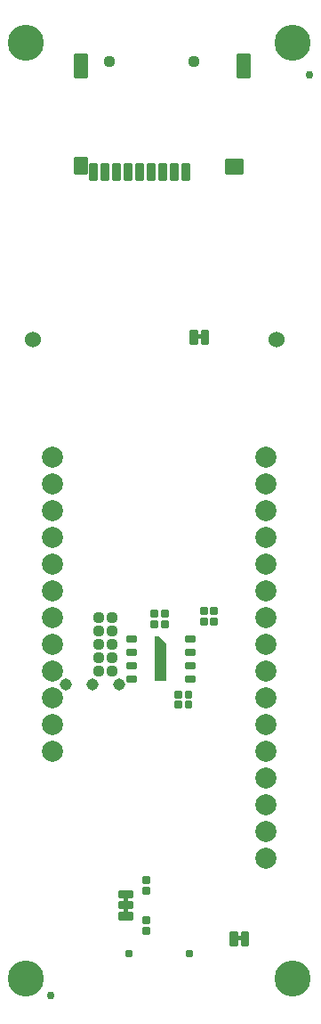
<source format=gbs>
G04 EAGLE Gerber RS-274X export*
G75*
%MOMM*%
%FSLAX34Y34*%
%LPD*%
%INSoldermask Bottom*%
%IPPOS*%
%AMOC8*
5,1,8,0,0,1.08239X$1,22.5*%
G01*
%ADD10C,0.762000*%
%ADD11C,0.228344*%
%ADD12C,3.429000*%
%ADD13C,0.225369*%
%ADD14C,0.225719*%
%ADD15C,0.777000*%
%ADD16C,0.231559*%
%ADD17C,1.127000*%
%ADD18C,0.225588*%
%ADD19C,0.229050*%
%ADD20C,2.006600*%
%ADD21C,1.143000*%
%ADD22C,1.526997*%

G36*
X158986Y307686D02*
X158986Y307686D01*
X159003Y307683D01*
X159053Y307705D01*
X159104Y307720D01*
X159115Y307733D01*
X159131Y307740D01*
X159161Y307785D01*
X159196Y307825D01*
X159199Y307842D01*
X159208Y307857D01*
X159219Y307930D01*
X159219Y343680D01*
X159202Y343738D01*
X159190Y343796D01*
X159182Y343808D01*
X159180Y343814D01*
X159172Y343821D01*
X159146Y343856D01*
X152646Y350356D01*
X152594Y350385D01*
X152544Y350418D01*
X152529Y350420D01*
X152524Y350423D01*
X152513Y350423D01*
X152470Y350429D01*
X148370Y350429D01*
X148354Y350424D01*
X148337Y350427D01*
X148287Y350405D01*
X148236Y350390D01*
X148225Y350377D01*
X148209Y350370D01*
X148179Y350325D01*
X148144Y350285D01*
X148141Y350268D01*
X148132Y350254D01*
X148121Y350180D01*
X148121Y307930D01*
X148126Y307914D01*
X148123Y307897D01*
X148145Y307847D01*
X148160Y307796D01*
X148173Y307785D01*
X148180Y307769D01*
X148225Y307739D01*
X148265Y307704D01*
X148282Y307701D01*
X148297Y307692D01*
X148370Y307681D01*
X158970Y307681D01*
X158986Y307686D01*
G37*
G36*
X121985Y97802D02*
X121985Y97802D01*
X122051Y97804D01*
X122094Y97822D01*
X122141Y97830D01*
X122198Y97864D01*
X122258Y97889D01*
X122293Y97920D01*
X122334Y97945D01*
X122376Y97996D01*
X122424Y98040D01*
X122446Y98082D01*
X122475Y98119D01*
X122496Y98181D01*
X122527Y98240D01*
X122535Y98294D01*
X122547Y98331D01*
X122546Y98371D01*
X122554Y98425D01*
X122554Y102235D01*
X122543Y102300D01*
X122541Y102366D01*
X122523Y102409D01*
X122515Y102456D01*
X122481Y102513D01*
X122456Y102573D01*
X122425Y102608D01*
X122400Y102649D01*
X122349Y102691D01*
X122305Y102739D01*
X122263Y102761D01*
X122226Y102790D01*
X122164Y102811D01*
X122105Y102842D01*
X122051Y102850D01*
X122014Y102862D01*
X121974Y102861D01*
X121920Y102869D01*
X119380Y102869D01*
X119315Y102858D01*
X119249Y102856D01*
X119206Y102838D01*
X119159Y102830D01*
X119102Y102796D01*
X119042Y102771D01*
X119007Y102740D01*
X118966Y102715D01*
X118925Y102664D01*
X118876Y102620D01*
X118854Y102578D01*
X118825Y102541D01*
X118804Y102479D01*
X118773Y102420D01*
X118765Y102366D01*
X118753Y102329D01*
X118753Y102325D01*
X118753Y102324D01*
X118754Y102289D01*
X118746Y102235D01*
X118746Y98425D01*
X118757Y98360D01*
X118759Y98294D01*
X118777Y98251D01*
X118785Y98204D01*
X118819Y98147D01*
X118844Y98087D01*
X118875Y98052D01*
X118900Y98011D01*
X118951Y97970D01*
X118995Y97921D01*
X119037Y97899D01*
X119074Y97870D01*
X119136Y97849D01*
X119195Y97818D01*
X119249Y97810D01*
X119286Y97798D01*
X119326Y97799D01*
X119380Y97791D01*
X121920Y97791D01*
X121985Y97802D01*
G37*
G36*
X121985Y87642D02*
X121985Y87642D01*
X122051Y87644D01*
X122094Y87662D01*
X122141Y87670D01*
X122198Y87704D01*
X122258Y87729D01*
X122293Y87760D01*
X122334Y87785D01*
X122376Y87836D01*
X122424Y87880D01*
X122446Y87922D01*
X122475Y87959D01*
X122496Y88021D01*
X122527Y88080D01*
X122535Y88134D01*
X122547Y88171D01*
X122546Y88211D01*
X122554Y88265D01*
X122554Y92075D01*
X122543Y92140D01*
X122541Y92206D01*
X122523Y92249D01*
X122515Y92296D01*
X122481Y92353D01*
X122456Y92413D01*
X122425Y92448D01*
X122400Y92489D01*
X122349Y92531D01*
X122305Y92579D01*
X122263Y92601D01*
X122226Y92630D01*
X122164Y92651D01*
X122105Y92682D01*
X122051Y92690D01*
X122014Y92702D01*
X121974Y92701D01*
X121920Y92709D01*
X119380Y92709D01*
X119315Y92698D01*
X119249Y92696D01*
X119206Y92678D01*
X119159Y92670D01*
X119102Y92636D01*
X119042Y92611D01*
X119007Y92580D01*
X118966Y92555D01*
X118925Y92504D01*
X118876Y92460D01*
X118854Y92418D01*
X118825Y92381D01*
X118804Y92319D01*
X118773Y92260D01*
X118765Y92206D01*
X118753Y92169D01*
X118753Y92165D01*
X118753Y92164D01*
X118754Y92129D01*
X118746Y92075D01*
X118746Y88265D01*
X118757Y88200D01*
X118759Y88134D01*
X118777Y88091D01*
X118785Y88044D01*
X118819Y87987D01*
X118844Y87927D01*
X118875Y87892D01*
X118900Y87851D01*
X118951Y87810D01*
X118995Y87761D01*
X119037Y87739D01*
X119074Y87710D01*
X119136Y87689D01*
X119195Y87658D01*
X119249Y87650D01*
X119286Y87638D01*
X119326Y87639D01*
X119380Y87631D01*
X121920Y87631D01*
X121985Y87642D01*
G37*
G36*
X192470Y633107D02*
X192470Y633107D01*
X192536Y633109D01*
X192579Y633127D01*
X192626Y633135D01*
X192683Y633169D01*
X192743Y633194D01*
X192778Y633225D01*
X192819Y633250D01*
X192861Y633301D01*
X192909Y633345D01*
X192931Y633387D01*
X192960Y633424D01*
X192981Y633486D01*
X193012Y633545D01*
X193020Y633599D01*
X193032Y633636D01*
X193031Y633676D01*
X193039Y633730D01*
X193039Y636270D01*
X193028Y636335D01*
X193026Y636401D01*
X193008Y636444D01*
X193000Y636491D01*
X192966Y636548D01*
X192941Y636608D01*
X192910Y636643D01*
X192885Y636684D01*
X192834Y636726D01*
X192790Y636774D01*
X192748Y636796D01*
X192711Y636825D01*
X192649Y636846D01*
X192590Y636877D01*
X192536Y636885D01*
X192499Y636897D01*
X192459Y636896D01*
X192405Y636904D01*
X188595Y636904D01*
X188530Y636893D01*
X188464Y636891D01*
X188421Y636873D01*
X188374Y636865D01*
X188317Y636831D01*
X188257Y636806D01*
X188222Y636775D01*
X188181Y636750D01*
X188140Y636699D01*
X188091Y636655D01*
X188069Y636613D01*
X188040Y636576D01*
X188019Y636514D01*
X187988Y636455D01*
X187980Y636401D01*
X187968Y636364D01*
X187968Y636361D01*
X187969Y636324D01*
X187961Y636270D01*
X187961Y633730D01*
X187972Y633665D01*
X187974Y633599D01*
X187992Y633556D01*
X188000Y633509D01*
X188034Y633452D01*
X188059Y633392D01*
X188090Y633357D01*
X188115Y633316D01*
X188166Y633275D01*
X188210Y633226D01*
X188252Y633204D01*
X188289Y633175D01*
X188351Y633154D01*
X188410Y633123D01*
X188464Y633115D01*
X188501Y633103D01*
X188541Y633104D01*
X188595Y633096D01*
X192405Y633096D01*
X192470Y633107D01*
G37*
G36*
X230570Y61607D02*
X230570Y61607D01*
X230636Y61609D01*
X230679Y61627D01*
X230726Y61635D01*
X230783Y61669D01*
X230843Y61694D01*
X230878Y61725D01*
X230919Y61750D01*
X230961Y61801D01*
X231009Y61845D01*
X231031Y61887D01*
X231060Y61924D01*
X231081Y61986D01*
X231112Y62045D01*
X231120Y62099D01*
X231132Y62136D01*
X231131Y62176D01*
X231139Y62230D01*
X231139Y64770D01*
X231128Y64835D01*
X231126Y64901D01*
X231108Y64944D01*
X231100Y64991D01*
X231066Y65048D01*
X231041Y65108D01*
X231010Y65143D01*
X230985Y65184D01*
X230934Y65226D01*
X230890Y65274D01*
X230848Y65296D01*
X230811Y65325D01*
X230749Y65346D01*
X230690Y65377D01*
X230636Y65385D01*
X230599Y65397D01*
X230559Y65396D01*
X230505Y65404D01*
X226695Y65404D01*
X226630Y65393D01*
X226564Y65391D01*
X226521Y65373D01*
X226474Y65365D01*
X226417Y65331D01*
X226357Y65306D01*
X226322Y65275D01*
X226281Y65250D01*
X226240Y65199D01*
X226191Y65155D01*
X226169Y65113D01*
X226140Y65076D01*
X226119Y65014D01*
X226088Y64955D01*
X226080Y64901D01*
X226068Y64864D01*
X226068Y64861D01*
X226069Y64824D01*
X226061Y64770D01*
X226061Y62230D01*
X226072Y62165D01*
X226074Y62099D01*
X226092Y62056D01*
X226100Y62009D01*
X226134Y61952D01*
X226159Y61892D01*
X226190Y61857D01*
X226215Y61816D01*
X226266Y61775D01*
X226310Y61726D01*
X226352Y61704D01*
X226389Y61675D01*
X226451Y61654D01*
X226510Y61623D01*
X226564Y61615D01*
X226601Y61603D01*
X226641Y61604D01*
X226695Y61596D01*
X230505Y61596D01*
X230570Y61607D01*
G37*
D10*
X49530Y8890D03*
X295910Y883920D03*
D11*
X114806Y108460D02*
X114806Y102868D01*
X114806Y108460D02*
X126494Y108460D01*
X126494Y102868D01*
X114806Y102868D01*
X114806Y105037D02*
X126494Y105037D01*
X126494Y107206D02*
X114806Y107206D01*
X114806Y98046D02*
X114806Y92454D01*
X114806Y98046D02*
X126494Y98046D01*
X126494Y92454D01*
X114806Y92454D01*
X114806Y94623D02*
X126494Y94623D01*
X126494Y96792D02*
X114806Y96792D01*
X114806Y87632D02*
X114806Y82040D01*
X114806Y87632D02*
X126494Y87632D01*
X126494Y82040D01*
X114806Y82040D01*
X114806Y84209D02*
X126494Y84209D01*
X126494Y86378D02*
X114806Y86378D01*
D12*
X25400Y914400D03*
X279400Y914400D03*
X279400Y25400D03*
X25400Y25400D03*
D13*
X144892Y369602D02*
X149908Y369602D01*
X144892Y369602D02*
X144892Y374618D01*
X149908Y374618D01*
X149908Y369602D01*
X149908Y371743D02*
X144892Y371743D01*
X144892Y373884D02*
X149908Y373884D01*
X154892Y369602D02*
X159908Y369602D01*
X154892Y369602D02*
X154892Y374618D01*
X159908Y374618D01*
X159908Y369602D01*
X159908Y371743D02*
X154892Y371743D01*
X154892Y373884D02*
X159908Y373884D01*
D14*
X185177Y349987D02*
X185177Y345973D01*
X177663Y345973D01*
X177663Y349987D01*
X185177Y349987D01*
X185177Y348117D02*
X177663Y348117D01*
X185177Y337287D02*
X185177Y333273D01*
X177663Y333273D01*
X177663Y337287D01*
X185177Y337287D01*
X185177Y335417D02*
X177663Y335417D01*
X185177Y324587D02*
X185177Y320573D01*
X177663Y320573D01*
X177663Y324587D01*
X185177Y324587D01*
X185177Y322717D02*
X177663Y322717D01*
X185177Y311887D02*
X185177Y307873D01*
X177663Y307873D01*
X177663Y311887D01*
X185177Y311887D01*
X185177Y310017D02*
X177663Y310017D01*
X129677Y320573D02*
X129677Y324587D01*
X129677Y320573D02*
X122163Y320573D01*
X122163Y324587D01*
X129677Y324587D01*
X129677Y322717D02*
X122163Y322717D01*
X129677Y311887D02*
X129677Y307873D01*
X122163Y307873D01*
X122163Y311887D01*
X129677Y311887D01*
X129677Y310017D02*
X122163Y310017D01*
X129677Y333273D02*
X129677Y337287D01*
X129677Y333273D02*
X122163Y333273D01*
X122163Y337287D01*
X129677Y337287D01*
X129677Y335417D02*
X122163Y335417D01*
X129677Y345973D02*
X129677Y349987D01*
X129677Y345973D02*
X122163Y345973D01*
X122163Y349987D01*
X129677Y349987D01*
X129677Y348117D02*
X122163Y348117D01*
D13*
X144892Y359442D02*
X149908Y359442D01*
X144892Y359442D02*
X144892Y364458D01*
X149908Y364458D01*
X149908Y359442D01*
X149908Y361583D02*
X144892Y361583D01*
X144892Y363724D02*
X149908Y363724D01*
X154892Y359442D02*
X159908Y359442D01*
X154892Y359442D02*
X154892Y364458D01*
X159908Y364458D01*
X159908Y359442D01*
X159908Y361583D02*
X154892Y361583D01*
X154892Y363724D02*
X159908Y363724D01*
X197326Y362062D02*
X197326Y367078D01*
X197326Y362062D02*
X192310Y362062D01*
X192310Y367078D01*
X197326Y367078D01*
X197326Y364203D02*
X192310Y364203D01*
X192310Y366344D02*
X197326Y366344D01*
X197326Y372062D02*
X197326Y377078D01*
X197326Y372062D02*
X192310Y372062D01*
X192310Y377078D01*
X197326Y377078D01*
X197326Y374203D02*
X192310Y374203D01*
X192310Y376344D02*
X197326Y376344D01*
X206724Y367078D02*
X206724Y362062D01*
X201708Y362062D01*
X201708Y367078D01*
X206724Y367078D01*
X206724Y364203D02*
X201708Y364203D01*
X201708Y366344D02*
X206724Y366344D01*
X206724Y372062D02*
X206724Y377078D01*
X206724Y372062D02*
X201708Y372062D01*
X201708Y377078D01*
X206724Y377078D01*
X206724Y374203D02*
X201708Y374203D01*
X201708Y376344D02*
X206724Y376344D01*
D15*
X123500Y49050D03*
X181300Y49050D03*
D16*
X152463Y784143D02*
X152463Y799097D01*
X158417Y799097D01*
X158417Y784143D01*
X152463Y784143D01*
X152463Y786343D02*
X158417Y786343D01*
X158417Y788543D02*
X152463Y788543D01*
X152463Y790743D02*
X158417Y790743D01*
X158417Y792943D02*
X152463Y792943D01*
X152463Y795143D02*
X158417Y795143D01*
X158417Y797343D02*
X152463Y797343D01*
X163463Y799097D02*
X163463Y784143D01*
X163463Y799097D02*
X169417Y799097D01*
X169417Y784143D01*
X163463Y784143D01*
X163463Y786343D02*
X169417Y786343D01*
X169417Y788543D02*
X163463Y788543D01*
X163463Y790743D02*
X169417Y790743D01*
X169417Y792943D02*
X163463Y792943D01*
X163463Y795143D02*
X169417Y795143D01*
X169417Y797343D02*
X163463Y797343D01*
X174463Y799097D02*
X174463Y784143D01*
X174463Y799097D02*
X180417Y799097D01*
X180417Y784143D01*
X174463Y784143D01*
X174463Y786343D02*
X180417Y786343D01*
X180417Y788543D02*
X174463Y788543D01*
X174463Y790743D02*
X180417Y790743D01*
X180417Y792943D02*
X174463Y792943D01*
X174463Y795143D02*
X180417Y795143D01*
X180417Y797343D02*
X174463Y797343D01*
X141463Y799097D02*
X141463Y784143D01*
X141463Y799097D02*
X147417Y799097D01*
X147417Y784143D01*
X141463Y784143D01*
X141463Y786343D02*
X147417Y786343D01*
X147417Y788543D02*
X141463Y788543D01*
X141463Y790743D02*
X147417Y790743D01*
X147417Y792943D02*
X141463Y792943D01*
X141463Y795143D02*
X147417Y795143D01*
X147417Y797343D02*
X141463Y797343D01*
X130463Y799097D02*
X130463Y784143D01*
X130463Y799097D02*
X136417Y799097D01*
X136417Y784143D01*
X130463Y784143D01*
X130463Y786343D02*
X136417Y786343D01*
X136417Y788543D02*
X130463Y788543D01*
X130463Y790743D02*
X136417Y790743D01*
X136417Y792943D02*
X130463Y792943D01*
X130463Y795143D02*
X136417Y795143D01*
X136417Y797343D02*
X130463Y797343D01*
X119463Y799097D02*
X119463Y784143D01*
X119463Y799097D02*
X125417Y799097D01*
X125417Y784143D01*
X119463Y784143D01*
X119463Y786343D02*
X125417Y786343D01*
X125417Y788543D02*
X119463Y788543D01*
X119463Y790743D02*
X125417Y790743D01*
X125417Y792943D02*
X119463Y792943D01*
X119463Y795143D02*
X125417Y795143D01*
X125417Y797343D02*
X119463Y797343D01*
X108463Y799097D02*
X108463Y784143D01*
X108463Y799097D02*
X114417Y799097D01*
X114417Y784143D01*
X108463Y784143D01*
X108463Y786343D02*
X114417Y786343D01*
X114417Y788543D02*
X108463Y788543D01*
X108463Y790743D02*
X114417Y790743D01*
X114417Y792943D02*
X108463Y792943D01*
X108463Y795143D02*
X114417Y795143D01*
X114417Y797343D02*
X108463Y797343D01*
X97463Y799097D02*
X97463Y784143D01*
X97463Y799097D02*
X103417Y799097D01*
X103417Y784143D01*
X97463Y784143D01*
X97463Y786343D02*
X103417Y786343D01*
X103417Y788543D02*
X97463Y788543D01*
X97463Y790743D02*
X103417Y790743D01*
X103417Y792943D02*
X97463Y792943D01*
X97463Y795143D02*
X103417Y795143D01*
X103417Y797343D02*
X97463Y797343D01*
X86463Y799097D02*
X86463Y784143D01*
X86463Y799097D02*
X92417Y799097D01*
X92417Y784143D01*
X86463Y784143D01*
X86463Y786343D02*
X92417Y786343D01*
X92417Y788543D02*
X86463Y788543D01*
X86463Y790743D02*
X92417Y790743D01*
X92417Y792943D02*
X86463Y792943D01*
X86463Y795143D02*
X92417Y795143D01*
X92417Y797343D02*
X86463Y797343D01*
D17*
X185440Y896620D03*
X105440Y896620D03*
D18*
X226933Y882113D02*
X237947Y882113D01*
X226933Y882113D02*
X226933Y903127D01*
X237947Y903127D01*
X237947Y882113D01*
X237947Y884256D02*
X226933Y884256D01*
X226933Y886399D02*
X237947Y886399D01*
X237947Y888542D02*
X226933Y888542D01*
X226933Y890685D02*
X237947Y890685D01*
X237947Y892828D02*
X226933Y892828D01*
X226933Y894971D02*
X237947Y894971D01*
X237947Y897114D02*
X226933Y897114D01*
X226933Y899257D02*
X237947Y899257D01*
X237947Y901400D02*
X226933Y901400D01*
X82947Y882113D02*
X71933Y882113D01*
X71933Y903127D01*
X82947Y903127D01*
X82947Y882113D01*
X82947Y884256D02*
X71933Y884256D01*
X71933Y886399D02*
X82947Y886399D01*
X82947Y888542D02*
X71933Y888542D01*
X71933Y890685D02*
X82947Y890685D01*
X82947Y892828D02*
X71933Y892828D01*
X71933Y894971D02*
X82947Y894971D01*
X82947Y897114D02*
X71933Y897114D01*
X71933Y899257D02*
X82947Y899257D01*
X82947Y901400D02*
X71933Y901400D01*
D19*
X215950Y790130D02*
X230930Y790130D01*
X215950Y790130D02*
X215950Y803110D01*
X230930Y803110D01*
X230930Y790130D01*
X230930Y792306D02*
X215950Y792306D01*
X215950Y794482D02*
X230930Y794482D01*
X230930Y796658D02*
X215950Y796658D01*
X215950Y798834D02*
X230930Y798834D01*
X230930Y801010D02*
X215950Y801010D01*
D18*
X82947Y790113D02*
X71933Y790113D01*
X71933Y805127D01*
X82947Y805127D01*
X82947Y790113D01*
X82947Y792256D02*
X71933Y792256D01*
X71933Y794399D02*
X82947Y794399D01*
X82947Y796542D02*
X71933Y796542D01*
X71933Y798685D02*
X82947Y798685D01*
X82947Y800828D02*
X71933Y800828D01*
X71933Y802971D02*
X82947Y802971D01*
X82947Y805114D02*
X71933Y805114D01*
D20*
X254000Y139700D03*
X254000Y165100D03*
X254000Y190500D03*
X254000Y215900D03*
X254000Y241300D03*
X254000Y266700D03*
X254000Y292100D03*
X254000Y317500D03*
X254000Y342900D03*
X254000Y368300D03*
X254000Y393700D03*
X254000Y419100D03*
X254000Y444500D03*
X254000Y469900D03*
X254000Y495300D03*
X254000Y520700D03*
X50800Y241300D03*
X50800Y266700D03*
X50800Y292100D03*
X50800Y317500D03*
X50800Y342900D03*
X50800Y368300D03*
X50800Y393700D03*
X50800Y419100D03*
X50800Y444500D03*
X50800Y469900D03*
X50800Y495300D03*
X50800Y520700D03*
D13*
X142208Y73708D02*
X142208Y68692D01*
X137192Y68692D01*
X137192Y73708D01*
X142208Y73708D01*
X142208Y70833D02*
X137192Y70833D01*
X137192Y72974D02*
X142208Y72974D01*
X142208Y78692D02*
X142208Y83708D01*
X142208Y78692D02*
X137192Y78692D01*
X137192Y83708D01*
X142208Y83708D01*
X142208Y80833D02*
X137192Y80833D01*
X137192Y82974D02*
X142208Y82974D01*
X137192Y116792D02*
X137192Y121808D01*
X142208Y121808D01*
X142208Y116792D01*
X137192Y116792D01*
X137192Y118933D02*
X142208Y118933D01*
X142208Y121074D02*
X137192Y121074D01*
X137192Y111808D02*
X137192Y106792D01*
X137192Y111808D02*
X142208Y111808D01*
X142208Y106792D01*
X137192Y106792D01*
X137192Y108933D02*
X142208Y108933D01*
X142208Y111074D02*
X137192Y111074D01*
X167498Y283623D02*
X172514Y283623D01*
X167498Y283623D02*
X167498Y288639D01*
X172514Y288639D01*
X172514Y283623D01*
X172514Y285764D02*
X167498Y285764D01*
X167498Y287905D02*
X172514Y287905D01*
X177498Y283623D02*
X182514Y283623D01*
X177498Y283623D02*
X177498Y288639D01*
X182514Y288639D01*
X182514Y283623D01*
X182514Y285764D02*
X177498Y285764D01*
X177498Y287905D02*
X182514Y287905D01*
X172514Y292894D02*
X167498Y292894D01*
X167498Y297910D01*
X172514Y297910D01*
X172514Y292894D01*
X172514Y295035D02*
X167498Y295035D01*
X167498Y297176D02*
X172514Y297176D01*
X177498Y292894D02*
X182514Y292894D01*
X177498Y292894D02*
X177498Y297910D01*
X182514Y297910D01*
X182514Y292894D01*
X182514Y295035D02*
X177498Y295035D01*
X177498Y297176D02*
X182514Y297176D01*
D17*
X107950Y330200D03*
X107950Y342900D03*
X107950Y355600D03*
X107950Y368300D03*
X107950Y317500D03*
X95250Y330200D03*
X95250Y342900D03*
X95250Y355600D03*
X95250Y368300D03*
X95250Y317500D03*
D21*
X63500Y304800D03*
X88900Y304800D03*
X114300Y304800D03*
D22*
X31986Y632460D03*
X263986Y632460D03*
D11*
X188089Y629156D02*
X182497Y629156D01*
X182497Y640844D01*
X188089Y640844D01*
X188089Y629156D01*
X188089Y631325D02*
X182497Y631325D01*
X182497Y633494D02*
X188089Y633494D01*
X188089Y635663D02*
X182497Y635663D01*
X182497Y637832D02*
X188089Y637832D01*
X188089Y640001D02*
X182497Y640001D01*
X192911Y629156D02*
X198503Y629156D01*
X192911Y629156D02*
X192911Y640844D01*
X198503Y640844D01*
X198503Y629156D01*
X198503Y631325D02*
X192911Y631325D01*
X192911Y633494D02*
X198503Y633494D01*
X198503Y635663D02*
X192911Y635663D01*
X192911Y637832D02*
X198503Y637832D01*
X198503Y640001D02*
X192911Y640001D01*
X220597Y57656D02*
X226189Y57656D01*
X220597Y57656D02*
X220597Y69344D01*
X226189Y69344D01*
X226189Y57656D01*
X226189Y59825D02*
X220597Y59825D01*
X220597Y61994D02*
X226189Y61994D01*
X226189Y64163D02*
X220597Y64163D01*
X220597Y66332D02*
X226189Y66332D01*
X226189Y68501D02*
X220597Y68501D01*
X231011Y57656D02*
X236603Y57656D01*
X231011Y57656D02*
X231011Y69344D01*
X236603Y69344D01*
X236603Y57656D01*
X236603Y59825D02*
X231011Y59825D01*
X231011Y61994D02*
X236603Y61994D01*
X236603Y64163D02*
X231011Y64163D01*
X231011Y66332D02*
X236603Y66332D01*
X236603Y68501D02*
X231011Y68501D01*
M02*

</source>
